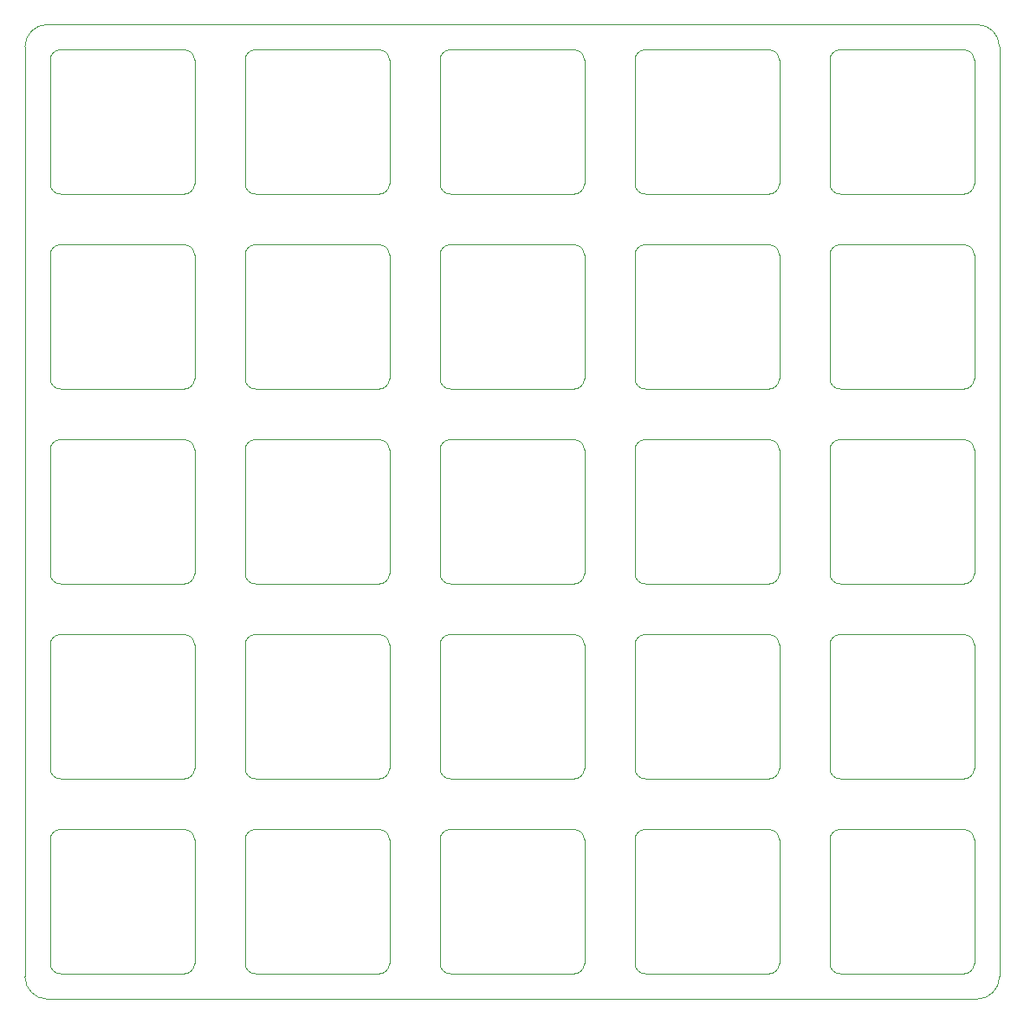
<source format=gbr>
%TF.GenerationSoftware,KiCad,Pcbnew,9.0.5-9.0.5~ubuntu24.04.1*%
%TF.CreationDate,2025-11-03T22:08:34+08:00*%
%TF.ProjectId,TPS2,54505332-2e6b-4696-9361-645f70636258,rev?*%
%TF.SameCoordinates,Original*%
%TF.FileFunction,Profile,NP*%
%FSLAX46Y46*%
G04 Gerber Fmt 4.6, Leading zero omitted, Abs format (unit mm)*
G04 Created by KiCad (PCBNEW 9.0.5-9.0.5~ubuntu24.04.1) date 2025-11-03 22:08:34*
%MOMM*%
%LPD*%
G01*
G04 APERTURE LIST*
%TA.AperFunction,Profile*%
%ADD10C,0.100000*%
%TD*%
%TA.AperFunction,Profile*%
%ADD11C,0.050000*%
%TD*%
G04 APERTURE END LIST*
D10*
X181174676Y-28999911D02*
G75*
G02*
X183374689Y-31199911I24J-2199989D01*
G01*
X88124690Y-122049911D02*
X88124676Y-31199911D01*
X90324676Y-124249911D02*
X181174676Y-124249911D01*
X183374676Y-122049911D02*
G75*
G02*
X181174676Y-124249876I-2199976J11D01*
G01*
X90324676Y-124249911D02*
G75*
G02*
X88124689Y-122049911I24J2200011D01*
G01*
X90324676Y-28999911D02*
X181174676Y-28999911D01*
X88124676Y-31199911D02*
G75*
G02*
X90324676Y-28999876I2200024J11D01*
G01*
X183374676Y-31207463D02*
X183374676Y-122049911D01*
D11*
%TO.C,L19*%
X166799698Y-70574933D02*
X166799698Y-82674889D01*
X167799698Y-69574933D02*
X179899654Y-69574933D01*
X167799698Y-83674889D02*
X179899654Y-83674889D01*
X180899654Y-70574933D02*
X180899654Y-82674889D01*
X166799698Y-70574933D02*
G75*
G02*
X167799698Y-69574933I999999J1D01*
G01*
X167799698Y-83674889D02*
G75*
G02*
X166799698Y-82674889I-1J999999D01*
G01*
X179899654Y-69574933D02*
G75*
G02*
X180899654Y-70574933I2J-999998D01*
G01*
X180899654Y-82674889D02*
G75*
G02*
X179899654Y-83674889I-999998J-2D01*
G01*
%TO.C,L2*%
X90599698Y-51524933D02*
X90599698Y-63624889D01*
X91599698Y-50524933D02*
X103699654Y-50524933D01*
X91599698Y-64624889D02*
X103699654Y-64624889D01*
X104699654Y-51524933D02*
X104699654Y-63624889D01*
X90599698Y-51524933D02*
G75*
G02*
X91599698Y-50524933I999999J1D01*
G01*
X91599698Y-64624889D02*
G75*
G02*
X90599698Y-63624889I-1J999999D01*
G01*
X103699654Y-50524933D02*
G75*
G02*
X104699654Y-51524933I2J-999998D01*
G01*
X104699654Y-63624889D02*
G75*
G02*
X103699654Y-64624889I-999998J-2D01*
G01*
%TO.C,L14*%
X147749698Y-51524933D02*
X147749698Y-63624889D01*
X148749698Y-50524933D02*
X160849654Y-50524933D01*
X148749698Y-64624889D02*
X160849654Y-64624889D01*
X161849654Y-51524933D02*
X161849654Y-63624889D01*
X147749698Y-51524933D02*
G75*
G02*
X148749698Y-50524933I999999J1D01*
G01*
X148749698Y-64624889D02*
G75*
G02*
X147749698Y-63624889I-1J999999D01*
G01*
X160849654Y-50524933D02*
G75*
G02*
X161849654Y-51524933I2J-999998D01*
G01*
X161849654Y-63624889D02*
G75*
G02*
X160849654Y-64624889I-999998J-2D01*
G01*
%TO.C,L29*%
X166799698Y-108674933D02*
X166799698Y-120774889D01*
X167799698Y-107674933D02*
X179899654Y-107674933D01*
X167799698Y-121774889D02*
X179899654Y-121774889D01*
X180899654Y-108674933D02*
X180899654Y-120774889D01*
X166799698Y-108674933D02*
G75*
G02*
X167799698Y-107674933I999999J1D01*
G01*
X167799698Y-121774889D02*
G75*
G02*
X166799698Y-120774889I-1J999999D01*
G01*
X179899654Y-107674933D02*
G75*
G02*
X180899654Y-108674933I2J-999998D01*
G01*
X180899654Y-120774889D02*
G75*
G02*
X179899654Y-121774889I-999998J-2D01*
G01*
%TO.C,L7*%
X109649698Y-70574933D02*
X109649698Y-82674889D01*
X110649698Y-69574933D02*
X122749654Y-69574933D01*
X110649698Y-83674889D02*
X122749654Y-83674889D01*
X123749654Y-70574933D02*
X123749654Y-82674889D01*
X109649698Y-70574933D02*
G75*
G02*
X110649698Y-69574933I999999J1D01*
G01*
X110649698Y-83674889D02*
G75*
G02*
X109649698Y-82674889I-1J999999D01*
G01*
X122749654Y-69574933D02*
G75*
G02*
X123749654Y-70574933I2J-999998D01*
G01*
X123749654Y-82674889D02*
G75*
G02*
X122749654Y-83674889I-999998J-2D01*
G01*
%TO.C,L16*%
X147749698Y-89624933D02*
X147749698Y-101724889D01*
X148749698Y-88624933D02*
X160849654Y-88624933D01*
X148749698Y-102724889D02*
X160849654Y-102724889D01*
X161849654Y-89624933D02*
X161849654Y-101724889D01*
X147749698Y-89624933D02*
G75*
G02*
X148749698Y-88624933I999999J1D01*
G01*
X148749698Y-102724889D02*
G75*
G02*
X147749698Y-101724889I-1J999999D01*
G01*
X160849654Y-88624933D02*
G75*
G02*
X161849654Y-89624933I2J-999998D01*
G01*
X161849654Y-101724889D02*
G75*
G02*
X160849654Y-102724889I-999998J-2D01*
G01*
%TO.C,L10*%
X128699698Y-51524933D02*
X128699698Y-63624889D01*
X129699698Y-50524933D02*
X141799654Y-50524933D01*
X129699698Y-64624889D02*
X141799654Y-64624889D01*
X142799654Y-51524933D02*
X142799654Y-63624889D01*
X128699698Y-51524933D02*
G75*
G02*
X129699698Y-50524933I999999J1D01*
G01*
X129699698Y-64624889D02*
G75*
G02*
X128699698Y-63624889I-1J999999D01*
G01*
X141799654Y-50524933D02*
G75*
G02*
X142799654Y-51524933I2J-999998D01*
G01*
X142799654Y-63624889D02*
G75*
G02*
X141799654Y-64624889I-999998J-2D01*
G01*
%TO.C,L20*%
X166799698Y-89624933D02*
X166799698Y-101724889D01*
X167799698Y-88624933D02*
X179899654Y-88624933D01*
X167799698Y-102724889D02*
X179899654Y-102724889D01*
X180899654Y-89624933D02*
X180899654Y-101724889D01*
X166799698Y-89624933D02*
G75*
G02*
X167799698Y-88624933I999999J1D01*
G01*
X167799698Y-102724889D02*
G75*
G02*
X166799698Y-101724889I-1J999999D01*
G01*
X179899654Y-88624933D02*
G75*
G02*
X180899654Y-89624933I2J-999998D01*
G01*
X180899654Y-101724889D02*
G75*
G02*
X179899654Y-102724889I-999998J-2D01*
G01*
%TO.C,L25*%
X90599698Y-108674933D02*
X90599698Y-120774889D01*
X91599698Y-107674933D02*
X103699654Y-107674933D01*
X91599698Y-121774889D02*
X103699654Y-121774889D01*
X104699654Y-108674933D02*
X104699654Y-120774889D01*
X90599698Y-108674933D02*
G75*
G02*
X91599698Y-107674933I999999J1D01*
G01*
X91599698Y-121774889D02*
G75*
G02*
X90599698Y-120774889I-1J999999D01*
G01*
X103699654Y-107674933D02*
G75*
G02*
X104699654Y-108674933I2J-999998D01*
G01*
X104699654Y-120774889D02*
G75*
G02*
X103699654Y-121774889I-999998J-2D01*
G01*
%TO.C,L18*%
X166799698Y-51524933D02*
X166799698Y-63624889D01*
X167799698Y-50524933D02*
X179899654Y-50524933D01*
X167799698Y-64624889D02*
X179899654Y-64624889D01*
X180899654Y-51524933D02*
X180899654Y-63624889D01*
X166799698Y-51524933D02*
G75*
G02*
X167799698Y-50524933I999999J1D01*
G01*
X167799698Y-64624889D02*
G75*
G02*
X166799698Y-63624889I-1J999999D01*
G01*
X179899654Y-50524933D02*
G75*
G02*
X180899654Y-51524933I2J-999998D01*
G01*
X180899654Y-63624889D02*
G75*
G02*
X179899654Y-64624889I-999998J-2D01*
G01*
%TO.C,L4*%
X90599698Y-89624933D02*
X90599698Y-101724889D01*
X91599698Y-88624933D02*
X103699654Y-88624933D01*
X91599698Y-102724889D02*
X103699654Y-102724889D01*
X104699654Y-89624933D02*
X104699654Y-101724889D01*
X90599698Y-89624933D02*
G75*
G02*
X91599698Y-88624933I999999J1D01*
G01*
X91599698Y-102724889D02*
G75*
G02*
X90599698Y-101724889I-1J999999D01*
G01*
X103699654Y-88624933D02*
G75*
G02*
X104699654Y-89624933I2J-999998D01*
G01*
X104699654Y-101724889D02*
G75*
G02*
X103699654Y-102724889I-999998J-2D01*
G01*
%TO.C,L26*%
X109649698Y-108674933D02*
X109649698Y-120774889D01*
X110649698Y-107674933D02*
X122749654Y-107674933D01*
X110649698Y-121774889D02*
X122749654Y-121774889D01*
X123749654Y-108674933D02*
X123749654Y-120774889D01*
X109649698Y-108674933D02*
G75*
G02*
X110649698Y-107674933I999999J1D01*
G01*
X110649698Y-121774889D02*
G75*
G02*
X109649698Y-120774889I-1J999999D01*
G01*
X122749654Y-107674933D02*
G75*
G02*
X123749654Y-108674933I2J-999998D01*
G01*
X123749654Y-120774889D02*
G75*
G02*
X122749654Y-121774889I-999998J-2D01*
G01*
%TO.C,L13*%
X147749698Y-32474933D02*
X147749698Y-44574889D01*
X148749698Y-31474933D02*
X160849654Y-31474933D01*
X148749698Y-45574889D02*
X160849654Y-45574889D01*
X161849654Y-32474933D02*
X161849654Y-44574889D01*
X147749698Y-32474933D02*
G75*
G02*
X148749698Y-31474933I999999J1D01*
G01*
X148749698Y-45574889D02*
G75*
G02*
X147749698Y-44574889I-1J999999D01*
G01*
X160849654Y-31474933D02*
G75*
G02*
X161849654Y-32474933I2J-999998D01*
G01*
X161849654Y-44574889D02*
G75*
G02*
X160849654Y-45574889I-999998J-2D01*
G01*
%TO.C,L6*%
X109649698Y-51524933D02*
X109649698Y-63624889D01*
X110649698Y-50524933D02*
X122749654Y-50524933D01*
X110649698Y-64624889D02*
X122749654Y-64624889D01*
X123749654Y-51524933D02*
X123749654Y-63624889D01*
X109649698Y-51524933D02*
G75*
G02*
X110649698Y-50524933I999999J1D01*
G01*
X110649698Y-64624889D02*
G75*
G02*
X109649698Y-63624889I-1J999999D01*
G01*
X122749654Y-50524933D02*
G75*
G02*
X123749654Y-51524933I2J-999998D01*
G01*
X123749654Y-63624889D02*
G75*
G02*
X122749654Y-64624889I-999998J-2D01*
G01*
%TO.C,L1*%
X90599698Y-32474933D02*
X90599698Y-44574889D01*
X91599698Y-31474933D02*
X103699654Y-31474933D01*
X91599698Y-45574889D02*
X103699654Y-45574889D01*
X104699654Y-32474933D02*
X104699654Y-44574889D01*
X90599698Y-32474933D02*
G75*
G02*
X91599698Y-31474933I999999J1D01*
G01*
X91599698Y-45574889D02*
G75*
G02*
X90599698Y-44574889I-1J999999D01*
G01*
X103699654Y-31474933D02*
G75*
G02*
X104699654Y-32474933I2J-999998D01*
G01*
X104699654Y-44574889D02*
G75*
G02*
X103699654Y-45574889I-999998J-2D01*
G01*
%TO.C,L17*%
X166799698Y-32474933D02*
X166799698Y-44574889D01*
X167799698Y-31474933D02*
X179899654Y-31474933D01*
X167799698Y-45574889D02*
X179899654Y-45574889D01*
X180899654Y-32474933D02*
X180899654Y-44574889D01*
X166799698Y-32474933D02*
G75*
G02*
X167799698Y-31474933I999999J1D01*
G01*
X167799698Y-45574889D02*
G75*
G02*
X166799698Y-44574889I-1J999999D01*
G01*
X179899654Y-31474933D02*
G75*
G02*
X180899654Y-32474933I2J-999998D01*
G01*
X180899654Y-44574889D02*
G75*
G02*
X179899654Y-45574889I-999998J-2D01*
G01*
%TO.C,L5*%
X109649698Y-32474933D02*
X109649698Y-44574889D01*
X110649698Y-31474933D02*
X122749654Y-31474933D01*
X110649698Y-45574889D02*
X122749654Y-45574889D01*
X123749654Y-32474933D02*
X123749654Y-44574889D01*
X109649698Y-32474933D02*
G75*
G02*
X110649698Y-31474933I999999J1D01*
G01*
X110649698Y-45574889D02*
G75*
G02*
X109649698Y-44574889I-1J999999D01*
G01*
X122749654Y-31474933D02*
G75*
G02*
X123749654Y-32474933I2J-999998D01*
G01*
X123749654Y-44574889D02*
G75*
G02*
X122749654Y-45574889I-999998J-2D01*
G01*
%TO.C,L27*%
X128699698Y-108674933D02*
X128699698Y-120774889D01*
X129699698Y-107674933D02*
X141799654Y-107674933D01*
X129699698Y-121774889D02*
X141799654Y-121774889D01*
X142799654Y-108674933D02*
X142799654Y-120774889D01*
X128699698Y-108674933D02*
G75*
G02*
X129699698Y-107674933I999999J1D01*
G01*
X129699698Y-121774889D02*
G75*
G02*
X128699698Y-120774889I-1J999999D01*
G01*
X141799654Y-107674933D02*
G75*
G02*
X142799654Y-108674933I2J-999998D01*
G01*
X142799654Y-120774889D02*
G75*
G02*
X141799654Y-121774889I-999998J-2D01*
G01*
%TO.C,L3*%
X90599698Y-70574933D02*
X90599698Y-82674889D01*
X91599698Y-69574933D02*
X103699654Y-69574933D01*
X91599698Y-83674889D02*
X103699654Y-83674889D01*
X104699654Y-70574933D02*
X104699654Y-82674889D01*
X90599698Y-70574933D02*
G75*
G02*
X91599698Y-69574933I999999J1D01*
G01*
X91599698Y-83674889D02*
G75*
G02*
X90599698Y-82674889I-1J999999D01*
G01*
X103699654Y-69574933D02*
G75*
G02*
X104699654Y-70574933I2J-999998D01*
G01*
X104699654Y-82674889D02*
G75*
G02*
X103699654Y-83674889I-999998J-2D01*
G01*
%TO.C,L12*%
X128699698Y-89624933D02*
X128699698Y-101724889D01*
X129699698Y-88624933D02*
X141799654Y-88624933D01*
X129699698Y-102724889D02*
X141799654Y-102724889D01*
X142799654Y-89624933D02*
X142799654Y-101724889D01*
X128699698Y-89624933D02*
G75*
G02*
X129699698Y-88624933I999999J1D01*
G01*
X129699698Y-102724889D02*
G75*
G02*
X128699698Y-101724889I-1J999999D01*
G01*
X141799654Y-88624933D02*
G75*
G02*
X142799654Y-89624933I2J-999998D01*
G01*
X142799654Y-101724889D02*
G75*
G02*
X141799654Y-102724889I-999998J-2D01*
G01*
%TO.C,L9*%
X128699698Y-32474933D02*
X128699698Y-44574889D01*
X129699698Y-31474933D02*
X141799654Y-31474933D01*
X129699698Y-45574889D02*
X141799654Y-45574889D01*
X142799654Y-32474933D02*
X142799654Y-44574889D01*
X128699698Y-32474933D02*
G75*
G02*
X129699698Y-31474933I999999J1D01*
G01*
X129699698Y-45574889D02*
G75*
G02*
X128699698Y-44574889I-1J999999D01*
G01*
X141799654Y-31474933D02*
G75*
G02*
X142799654Y-32474933I2J-999998D01*
G01*
X142799654Y-44574889D02*
G75*
G02*
X141799654Y-45574889I-999998J-2D01*
G01*
%TO.C,L28*%
X147749698Y-108674933D02*
X147749698Y-120774889D01*
X148749698Y-107674933D02*
X160849654Y-107674933D01*
X148749698Y-121774889D02*
X160849654Y-121774889D01*
X161849654Y-108674933D02*
X161849654Y-120774889D01*
X147749698Y-108674933D02*
G75*
G02*
X148749698Y-107674933I999999J1D01*
G01*
X148749698Y-121774889D02*
G75*
G02*
X147749698Y-120774889I-1J999999D01*
G01*
X160849654Y-107674933D02*
G75*
G02*
X161849654Y-108674933I2J-999998D01*
G01*
X161849654Y-120774889D02*
G75*
G02*
X160849654Y-121774889I-999998J-2D01*
G01*
%TO.C,L11*%
X128699698Y-70574933D02*
X128699698Y-82674889D01*
X129699698Y-69574933D02*
X141799654Y-69574933D01*
X129699698Y-83674889D02*
X141799654Y-83674889D01*
X142799654Y-70574933D02*
X142799654Y-82674889D01*
X128699698Y-70574933D02*
G75*
G02*
X129699698Y-69574933I999999J1D01*
G01*
X129699698Y-83674889D02*
G75*
G02*
X128699698Y-82674889I-1J999999D01*
G01*
X141799654Y-69574933D02*
G75*
G02*
X142799654Y-70574933I2J-999998D01*
G01*
X142799654Y-82674889D02*
G75*
G02*
X141799654Y-83674889I-999998J-2D01*
G01*
%TO.C,L8*%
X109649698Y-89624933D02*
X109649698Y-101724889D01*
X110649698Y-88624933D02*
X122749654Y-88624933D01*
X110649698Y-102724889D02*
X122749654Y-102724889D01*
X123749654Y-89624933D02*
X123749654Y-101724889D01*
X109649698Y-89624933D02*
G75*
G02*
X110649698Y-88624933I999999J1D01*
G01*
X110649698Y-102724889D02*
G75*
G02*
X109649698Y-101724889I-1J999999D01*
G01*
X122749654Y-88624933D02*
G75*
G02*
X123749654Y-89624933I2J-999998D01*
G01*
X123749654Y-101724889D02*
G75*
G02*
X122749654Y-102724889I-999998J-2D01*
G01*
%TO.C,L15*%
X147749698Y-70574933D02*
X147749698Y-82674889D01*
X148749698Y-69574933D02*
X160849654Y-69574933D01*
X148749698Y-83674889D02*
X160849654Y-83674889D01*
X161849654Y-70574933D02*
X161849654Y-82674889D01*
X147749698Y-70574933D02*
G75*
G02*
X148749698Y-69574933I999999J1D01*
G01*
X148749698Y-83674889D02*
G75*
G02*
X147749698Y-82674889I-1J999999D01*
G01*
X160849654Y-69574933D02*
G75*
G02*
X161849654Y-70574933I2J-999998D01*
G01*
X161849654Y-82674889D02*
G75*
G02*
X160849654Y-83674889I-999998J-2D01*
G01*
%TD*%
M02*

</source>
